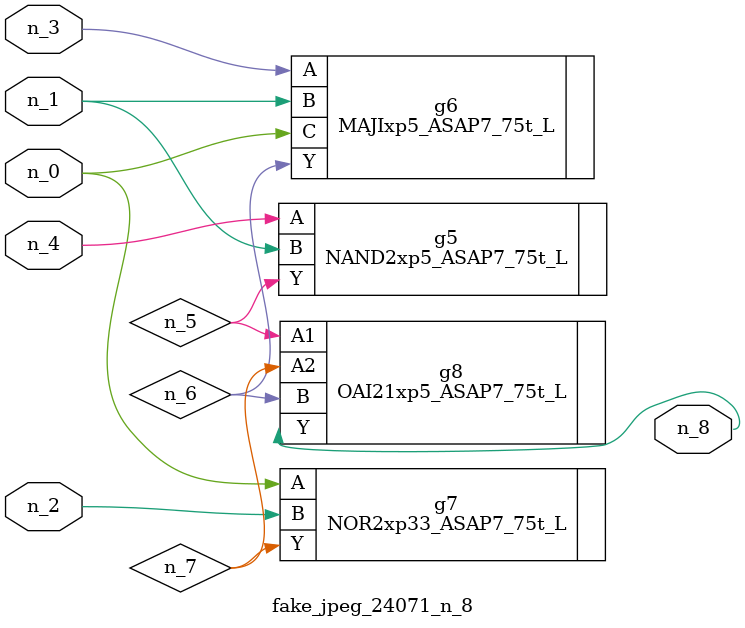
<source format=v>
module fake_jpeg_24071_n_8 (n_3, n_2, n_1, n_0, n_4, n_8);

input n_3;
input n_2;
input n_1;
input n_0;
input n_4;

output n_8;

wire n_6;
wire n_5;
wire n_7;

NAND2xp5_ASAP7_75t_L g5 ( 
.A(n_4),
.B(n_1),
.Y(n_5)
);

MAJIxp5_ASAP7_75t_L g6 ( 
.A(n_3),
.B(n_1),
.C(n_0),
.Y(n_6)
);

NOR2xp33_ASAP7_75t_L g7 ( 
.A(n_0),
.B(n_2),
.Y(n_7)
);

OAI21xp5_ASAP7_75t_L g8 ( 
.A1(n_5),
.A2(n_7),
.B(n_6),
.Y(n_8)
);


endmodule
</source>
